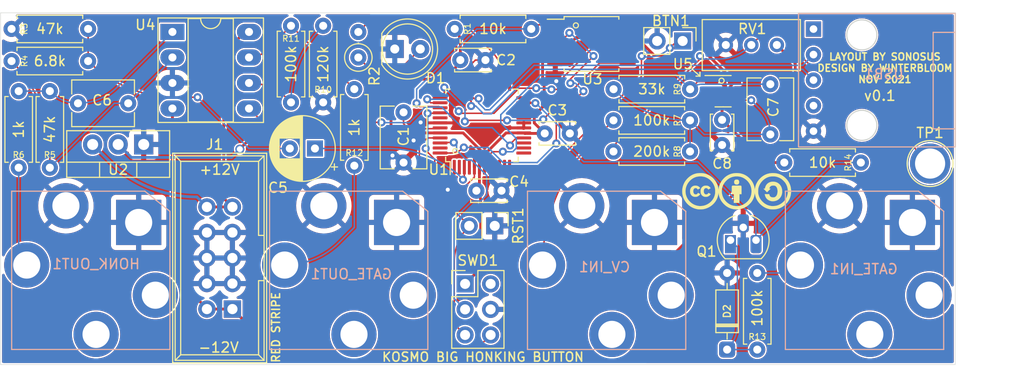
<source format=kicad_pcb>
(kicad_pcb (version 20211014) (generator pcbnew)
  (layers (0 "F.Cu" signal) (31 "B.Cu" signal) (34 "B.Paste" user) (35 "F.Paste" user) (36 "B.SilkS" user "B.Silkscreen") (37 "F.SilkS" user "F.Silkscreen") (38 "B.Mask" user) (39 "F.Mask" user) (44 "Edge.Cuts" user))
  (net 0 "")
  (net 1 "D9")
  (net 2 "GND")
  (net 3 "Net-(C1-Pad2)")
  (net 4 "+3V3")
  (net 5 "A0")
  (net 6 "Net-(C5-Pad2)")
  (net 7 "Net-(C6-Pad1)")
  (net 8 "Net-(C6-Pad2)")
  (net 9 "A1")
  (net 10 "Net-(C7-Pad2)")
  (net 11 "CV_IN")
  (net 12 "Net-(D1-Pad2)")
  (net 13 "Net-(D2-Pad1)")
  (net 14 "GATE_IN")
  (net 15 "GATE_OUT")
  (net 16 "AUDIO_OUT")
  (net 17 "+12V")
  (net 18 "-12V")
  (net 19 "D2")
  (net 20 "FLASH_CS")
  (net 21 "D13")
  (net 22 "VREF_-10")
  (net 23 "Net-(R10-Pad2)")
  (net 24 "Net-(R11-Pad1)")
  (net 25 "RESET")
  (net 27 "SWDIO")
  (net 28 "SWCLK")
  (net 32 "A2")
  (net 33 "A3")
  (net 34 "A4")
  (net 35 "D8")
  (net 36 "D4")
  (net 37 "D3")
  (net 38 "D1")
  (net 39 "D0")
  (net 43 "D5")
  (net 44 "D11")
  (net 45 "D10")
  (net 46 "D12")
  (net 47 "D6")
  (net 48 "D7")
  (net 51 "D-")
  (net 52 "D+")
  (net 53 "FLASH_MOSI")
  (net 54 "FLASH_SCK")
  (net 56 "A5")
  (net 57 "FLASH_MISO")
  (footprint "Package_SO:SOIC-8_5.23x5.23mm_P1.27mm" (layer "F.Cu") (at 138.8 118.1)
    (fp_text reference "U3")
    (fp_text value "GD25Q64C")
  )
  (footprint "Sonosus:Resistor" (layer "F.Cu") (at 155.3 148.51 90)
    (fp_text reference "R13")
    (fp_text value "100k")
  )
  (footprint "Sonosus:Resistor" (layer "F.Cu") (at 148.61 125.7 180)
    (fp_text reference "R7")
    (fp_text value "100k")
  )
  (footprint "Package_QFP:TQFP-48_7x7mm_P0.5mm" (layer "F.Cu") (at 127.9 126.2 90)
    (fp_text reference "U1")
    (fp_text value "ATSAMD21G18A-AUT")
  )
  (footprint "Connector_PinHeader_2.54mm:PinHeader_1x02_P2.54mm_Vertical" (layer "F.Cu") (at 147.875 117.8 -90)
    (fp_text reference "BTN1")
    (fp_text value "Big button")
  )
  (footprint "Sonosus:Capacitor_NonPolarizedSmall" (layer "F.Cu") (at 125.75 119.7)
    (fp_text reference "C2")
    (fp_text value "0.1uF")
  )
  (footprint "Sonosus:Capacitor_NonPolarized" (layer "F.Cu") (at 87.7 124)
    (fp_text reference "C6")
    (fp_text value "18pF")
  )
  (footprint "Sonosus:Resistor" (layer "F.Cu") (at 81.8 130.41 90)
    (fp_text reference "R6")
    (fp_text value "1k")
  )
  (footprint "Sonosus:Capacitor_NonPolarizedSmall" (layer "F.Cu") (at 127.35 132.7)
    (fp_text reference "C4")
    (fp_text value "0.1uF")
  )
  (footprint "Package_TO_SOT_SMD:SOT-23-5" (layer "F.Cu") (at 151.9 122.8)
    (fp_text reference "U5")
    (fp_text value "MCP6001-OT")
  )
  (footprint "LED_THT:LED_D5.0mm" (layer "F.Cu") (at 119.225 118.6)
    (fp_text reference "D1")
    (fp_text value "LED")
  )
  (footprint "board:cc_by_sa" (layer "F.Cu") (at 153.25 132.75)
    (fp_text reference "G***" hide)
    (fp_text value "LOGO" hide)
  )
  (footprint "Sonosus:DIP-8_Socket" (layer "F.Cu") (at 97.1 116.9)
    (fp_text reference "U4")
    (fp_text value "TL072")
  )
  (footprint "Sonosus:Capacitor_Polarized" (layer "F.Cu") (at 111.28238 128.5 180)
    (fp_text reference "C5")
    (fp_text value "1uF")
  )
  (footprint "Sonosus:Resistor" (layer "F.Cu") (at 148.61 128.8 180)
    (fp_text reference "R8")
    (fp_text value "200k")
  )
  (footprint "Sonosus:Regulator_TO-220-3" (layer "F.Cu") (at 94.24 128.1 180)
    (fp_text reference "U2")
    (fp_text value "LM1117-3.3")
  )
  (footprint "Sonosus:Capacitor_NonPolarized" (layer "F.Cu") (at 120.1 129.9 90)
    (fp_text reference "C1")
    (fp_text value "1uF")
  )
  (footprint "Connector_PinHeader_2.54mm:PinHeader_1x02_P2.54mm_Vertical" (layer "F.Cu") (at 129.175 136.2 -90)
    (fp_text reference "RST1")
    (fp_text value "TACT_4.2MM")
  )
  (footprint "Sonosus:Resistor" (layer "F.Cu") (at 165.61 129.9 180)
    (fp_text reference "R14")
    (fp_text value "10k")
  )
  (footprint "Sonosus:Transistor_TO-92" (layer "F.Cu") (at 152.634292 137.62)
    (fp_text reference "Q1")
    (fp_text value "MMBT3904")
  )
  (footprint "Sonosus:Capacitor_NonPolarizedSmall" (layer "F.Cu") (at 134.15 127)
    (fp_text reference "C3")
    (fp_text value "0.1uF")
  )
  (footprint "Sonosus:Resistor" (layer "F.Cu") (at 81.09 119.8)
    (fp_text reference "R4")
    (fp_text value "6.8k")
  )
  (footprint "Sonosus:Resistor" (layer "F.Cu") (at 84.9 130.41 90)
    (fp_text reference "R5")
    (fp_text value "47k")
  )
  (footprint "Sonosus:Power_Header" (layer "F.Cu") (at 103.07 144.48 180)
    (fp_text reference "J1")
    (fp_text value "Eurorack Power")
  )
  (footprint "Sonosus:Resistor" (layer "F.Cu") (at 125.19 116.6)
    (fp_text reference "R1")
    (fp_text value "10k")
  )
  (footprint "Potentiometer_THT:Potentiometer_Bourns_3296W_Vertical" (layer "F.Cu") (at 157.25 118.2)
    (fp_text reference "RV1")
    (fp_text value "R_POT_TRIM")
  )
  (footprint "Sonosus:Resistor" (layer "F.Cu") (at 148.62 122.6 180)
    (fp_text reference "R9")
    (fp_text value "33k")
  )
  (footprint "TestPoint:TestPoint_Plated_Hole_D3.0mm" (layer "F.Cu") (at 172.5 130)
    (fp_text reference "TP1")
    (fp_text value "-10V test point")
  )
  (footprint "Resistor_THT:R_Axial_DIN0207_L6.3mm_D2.5mm_P2.54mm_Vertical" (layer "F.Cu") (at 115.6 119.445 90)
    (fp_text reference "R2")
    (fp_text value "1k")
  )
  (footprint "Sonosus:Capacitor_NonPolarized" (layer "F.Cu") (at 156.6 122.1 -90)
    (fp_text reference "C7")
    (fp_text value "18pF")
  )
  (footprint "Sonosus:Resistor" (layer "F.Cu") (at 115.2 130.21 90)
    (fp_text reference "R12")
    (fp_text value "1k")
  )
  (footprint "Sonosus:Resistor" (layer "F.Cu") (at 108.9 116.29 -90)
    (fp_text reference "R11")
    (fp_text value "100k")
  )
  (footprint "Sonosus:Diode_DO-35" (layer "F.Cu") (at 152.3 148.51 90)
    (fp_text reference "D2")
    (fp_text value "D")
  )
  (footprint "Sonosus:Capacitor_NonPolarizedSmall" (layer "F.Cu") (at 151.8 125.65 -90)
    (fp_text reference "C8")
    (fp_text value "0.1uF")
  )
  (footprint "Connector_PinHeader_2.54mm:PinHeader_2x03_P2.54mm_Vertical" (layer "F.Cu") (at 126.225 141.975)
    (fp_text reference "SWD1")
    (fp_text value "Tag-Connect SWD")
  )
  (footprint "Sonosus:Resistor" (layer "F.Cu") (at 112.1 123.91 90)
    (fp_text reference "R10")
    (fp_text value "120k")
  )
  (footprint "Sonosus:Resistor" (layer "F.Cu") (at 81.09 116.6)
    (fp_text reference "R3")
    (fp_text value "47k")
  )
  (footprint "Sonosus:Connector_USB_Micro_Tayda_A-5228" (layer "B.Cu") (at 175.005 115.045 180)
    (fp_text reference "USB1")
    (fp_text value "USB_MICRO_RIGHT")
    (fp_circle (center 9.3 -11.15) (end 10.8 -11.15) (layer "Edge.Cuts") (width 0.12) (fill none))
    (fp_circle (center 9.3 -2.15) (end 10.8 -2.15) (layer "Edge.Cuts") (width 0.12) (fill none))
  )
  (footprint "Sonosus:Jack_6.35mm_PJ_629HAN" (layer "B.Cu") (at 166 140.6)
    (fp_text reference "GATE_IN1")
    (fp_text value "GATE_IN")
  )
  (footprint "Sonosus:Jack_6.35mm_PJ_629HAN" (layer "B.Cu") (at 140.333334 140.6)
    (fp_text reference "CV_IN1")
    (fp_text value "CV_IN")
  )
  (footprint "Sonosus:Jack_6.35mm_PJ_629HAN" (layer "B.Cu") (at 89 140.6)
    (fp_text reference "HONK_OUT1")
    (fp_text value "AUDIO_OUT")
  )
  (footprint "Sonosus:Jack_6.35mm_PJ_629HAN" (layer "B.Cu") (at 114.666668 140.6)
    (fp_text reference "GATE_OUT1")
    (fp_text value "GATE_OUT")
  )
  (gr_line (start 149.6 121.3) (end 149.6 120.9) (layer "F.SilkS") (width 0.12))
  (gr_circle (center 151.75 121.75) (end 151.75 122) (layer "F.SilkS") (width 0.12) (fill none))
  (gr_line (start 149.6 121.3) (end 149.2 121.3) (layer "F.SilkS") (width 0.12))
  (gr_line (start 149.6 120.9) (end 149.6 121.3) (layer "F.SilkS") (width 0.12))
  (gr_line (start 148.8 120.6) (end 149.6 121.3) (layer "F.SilkS") (width 0.12))
  (gr_circle (center 125.25 128.75) (end 125.5 128.75) (layer "F.SilkS") (width 0.12) (fill none))
  (gr_circle (center 137.25 116.25) (end 137.5 116.25) (layer "F.SilkS") (width 0.12) (fill none))
  (gr_line locked (start 175 115) (end 80 115) (layer "Edge.Cuts") (width 0.05))
  (gr_line locked (start 80 150) (end 175 150) (layer "Edge.Cuts") (width 0.05))
  (gr_line locked (start 175 150) (end 175 115) (layer "Edge.Cuts") (width 0.05))
  (gr_line locked (start 80 115) (end 80 150) (layer "Edge.Cuts") (width 0.05))
  (gr_text "KOSMO BIG HONKING BUTTON\n" (at 128 149.25) (layer "F.SilkS") (effects (font (size 0.9 0.9))))
  (gr_text "LAYOUT BY SONOSUS\nDESIGN BY WINTERBLOOM\nNOV 2021" (at 168 120.5) (layer "F.SilkS") (effects (font (size 0.7 0.7))))
  (gr_text "v0.1" (at 167.5 123.25) (layer "F.SilkS") (effects (font (size 1 1))))
  (segment (start 130.65 130.3625) (end 134.736378 130.3625) (width 0.15) (layer "F.Cu") (net 1))
  (segment (start 146.893413 118.206586) (end 146.6 118.5) (width 0.15) (layer "F.Cu") (net 1))
  (segment (start 143.777037 119.323943) (end 143.8 119.30098) (width 0.15) (layer "F.Cu") (net 1))
  (segment (start 143.777037 121.321841) (end 143.777037 119.323943) (width 0.15) (layer "F.Cu") (net 1))
  (segment (start 134.736378 130.3625) (end 143.777037 121.321841) (width 0.15) (layer "F.Cu") (net 1))
  (via (at 146.6 118.5) (size 0.8) (drill 0.4) (layers "F.Cu" "B.Cu") (net 1))
  (via (at 143.8 119.30098) (size 0.8) (drill 0.4) (layers "F.Cu" "B.Cu") (net 1))
  (arc (start 147.875 117.8) (mid 147.343769 117.905668) (end 146.893413 118.206586) (width 0.15) (layer "F.Cu") (net 1))
  (segment (start 144.59964 119.397641) (end 143.896661 119.397641) (width 0.15) (layer "B.Cu") (net 1))
  (segment (start 143.896661 119.397641) (end 143.8 119.30098) (width 0.15) (layer "B.Cu") (net 1))
  (arc (start 146.6 118.5) (mid 145.682272 119.132001) (end 144.59964 119.397641) (width 0.15) (layer "B.Cu") (net 1))
  (segment (start 127.15 131.35) (end 125.9 132.6) (width 0.15) (layer "F.Cu") (net 2))
  (segment (start 121.2 127.8) (end 121.1 127.7) (width 0.15) (layer "F.Cu") (net 2))
  (segment (start 135.2 121.7) (end 135.3 121.8) (width 0.15) (layer "F.Cu") (net 2))
  (segment (start 125.65 121.300001) (end 127.250001 119.7) (width 0.15) (layer "F.Cu") (net 2))
  (segment (start 121.2 128.4) (end 121.2 127.8) (width 0.15) (layer "F.Cu") (net 2))
  (segment (start 125.05 125.95) (end 125.5 125.5) (width 0.15) (layer "F.Cu") (net 2))
  (segment (start 127.15 130.3625) (end 127.15 131.35) (width 0.15) (layer "F.Cu") (net 2))
  (segment (start 123.7375 125.95) (end 121.85 125.95) (width 0.15) (layer "F.Cu") (net 2))
  (segment (start 127.250001 119.7) (end 128.25 119.7) (width 0.15) (layer "F.Cu") (net 2))
  (segment (start 135.2 120.005) (end 135.2 121.7) (width 0.15) (layer "F.Cu") (net 2))
  (segment (start 119 129.2) (end 120.4 129.2) (width 0.15) (layer "F.Cu") (net 2))
  (segment (start 125.9 132.6) (end 124.5 132.6) (width 0.15) (layer "F.Cu") (net 2))
  (segment (start 125.65 122.0375) (end 125.65 121.300001) (width 0.15) (layer "F.Cu") (net 2))
  (segment (start 120.4 129.2) (end 121.2 128.4) (width 0.15) (layer "F.Cu") (net 2))
  (segment (start 121.85 125.95) (end 121.8 125.9) (width 0.15) (layer "F.Cu") (net 2))
  (segment (start 123.7375 125.95) (end 125.05 125.95) (width 0.15) (layer "F.Cu") (net 2))
  (via (at 135.3 121.8) (size 0.8) (drill 0.4) (layers "F.Cu" "B.Cu") (net 2))
  (via (at 119 129.2) (size 0.8) (drill 0.4) (layers "F.Cu" "B.Cu") (net 2))
  (via (at 124.5 132.6) (size 0.8) (drill 0.4) (layers "F.Cu" "B.Cu") (net 2))
  (via (at 121.8 125.9) (size 0.8) (drill 0.4) (layers "F.Cu" "B.Cu") (net 2))
  (via (at 121.1 127.7) (size 0.8) (drill 0.4) (layers "F.Cu" "B.Cu") (net 2))
  (segment (start 121.1 127.7) (end 121.1 128.3) (width 0.15) (layer "B.Cu") (net 2))
  (segment (start 136.65 123.15) (end 136.65 127) (width 0.15) (layer "B.Cu") (net 2))
  (segment (start 121.8 125.9) (end 121.1 126.6) (width 0.15) (layer "B.Cu") (net 2))
  (segment (start 119.7 129.9) (end 119 129.2) (width 0.15) (layer "B.Cu") (net 2))
  (segment (start 121.1 126.6) (end 121.1 127.7) (width 0.15) (layer "B.Cu") (net 2))
  (segment (start 135.3 121.8) (end 136.65 123.15) (width 0.15) (layer "B.Cu") (net 2))
  (segment (start 120.1 129.9) (end 119.7 129.9) (width 0.15) (layer "B.Cu") (net 2))
  (segment (start 123.662999 126.524501) (end 123.7375 126.45) (width 0.15) (layer "F.Cu") (net 3))
  (segment (start 120.1 124.9) (end 120.1 126.03137) (width 0.15) (layer "F.Cu") (net 3))
  (segment (start 120.593131 126.524501) (end 123.662999 126.524501) (width 0.15) (layer "F.Cu") (net 3))
  (segment (start 120.1 126.03137) (end 120.593131 126.524501) (width 0.15) (layer "F.Cu") (net 3))
  (segment (start 153.0375 121.85) (end 150.289501 119.102001) (width 0.28) (layer "F.Cu") (net 4))
  (segment (start 150.289501 119.015378) (end 149.885602 118.611479) (width 0.28) (layer "F.Cu") (net 4))
  (segment (start 127.789501 129.467913) (end 127.789501 128.714398) (width 0.28) (layer "F.Cu") (net 4))
  (segment (start 135.999999 118.735) (end 137.269999 117.465) (width 0.28) (layer "F.Cu") (net 4))
  (segment (start 134.15 127) (end 133.110499 125.960499) (width 0.28) (layer "F.Cu") (net 4))
  (segment (start 145.050985 119.235489) (end 143.280496 117.465) (width 0.28) (layer "F.Cu") (net 4))
  (segment (start 133.935489 124.389408) (end 133.935489 122.939614) (width 0.28) (layer "F.Cu") (net 4))
  (segment (start 135.2 118.735) (end 135.999999 118.735) (width 0.28) (layer "F.Cu") (net 4))
  (segment (start 130.307414 126.95) (end 127.65 129.607414) (width 0.28) (layer "F.Cu") (net 4))
  (segment (start 118.85 126.95) (end 105.703553 126.95) (width 0.28) (layer "F.Cu") (net 4))
  (segment (start 125.75 119.7) (end 125.75 117.951959) (width 0.28) (layer "F.Cu") (net 4))
  (segment (start 134.089501 122.785602) (end 134.089501 122.214398) (width 0.28) (layer "F.Cu") (net 4))
  (segment (start 132.0625 126.95) (end 130.307414 126.95) (width 0.28) (layer "F.Cu") (net 4))
  (segment (start 148.910499 119.015378) (end 148.910499 119.235489) (width 0.28) (layer "F.Cu") (net 4))
  (segment (start 127.65 129.607414) (end 127.65 130.3625) (width 0.28) (layer "F.Cu") (net 4))
  (segment (start 134.089501 122.214398) (end 133.935489 122.060386) (width 0.28) (layer "F.Cu") (net 4))
  (segment (start 118.85 124.609198) (end 118.85 126.95) (width 0.28) (layer "F.Cu") (net 4))
  (segment (start 133.935489 122.939614) (end 134.089501 122.785602) (width 0.28) (layer "F.Cu") (net 4))
  (segment (start 148.910499 119.235489) (end 145.050985 119.235489) (width 0.28) (layer "F.Cu") (net 4))
  (segment (start 127.65 132.4) (end 127.65 130.3625) (width 0.28) (layer "F.Cu") (net 4))
  (segment (start 125.15 122.0375) (end 124.7125 121.6) (width 0.28) (layer "F.Cu") (net 4))
  (segment (start 151.8 125.65) (end 156.05 129.9) (width 0.28) (layer "F.Cu") (net 4))
  (segment (start 127.789501 128.714398) (end 126.025103 126.95) (width 0.28) (layer "F.Cu") (net 4))
  (segment (start 103.809444 128.539066) (end 103.809444 128.563331) (width 0.28) (layer "F.Cu") (net 4))
  (segment (start 126.225 141.975) (end 127.774511 140.425489) (width 0.28) (layer "F.Cu") (net 4))
  (segment (start 142.4 116.195) (end 142.4 117.465) (width 0.28) (layer "F.Cu") (net 4))
  (segment (start 149.885602 118.611479) (end 149.314398 118.611479) (width 0.28) (layer "F.Cu") (net 4))
  (segment (start 149.314398 118.611479) (end 148.910499 119.015378) (width 0.28) (layer "F.Cu") (net 4))
  (segment (start 124.7125 121.6) (end 121.859198 121.6) (width 0.28) (layer "F.Cu") (net 4))
  (segment (start 143.280496 117.465) (end 142.4 117.465) (width 0.28) (layer "F.Cu") (net 4))
  (segment (start 133.110499 125.214398) (end 133.935489 124.389408) (width 0.28) (layer "F.Cu") (net 4))
  (segment (start 134.400001 118.735) (end 135.2 118.735) (width 0.28) (layer "F.Cu") (net 4))
  (segment (start 133.935489 119.199512) (end 134.400001 118.735) (width 0.28) (layer "F.Cu") (net 4))
  (segment (start 127.774511 140.425489) (end 127.774511 133.72486) (width 0.28) (layer "F.Cu") (net 4))
  (segment (start 133.935489 122.060386) (end 133.935489 119.199512) (width 0.28) (layer "F.Cu") (net 4))
  (segment (start 133.110499 125.960499) (end 133.110499 125.214398) (width 0.28) (layer "F.Cu") (net 4))
  (segment (start 156.05 129.9) (end 157.99 129.9) (width 0.28) (layer "F.Cu") (net 4))
  (segment (start 126.025103 126.95) (end 123.7375 126.95) (width 0.28) (layer "F.Cu") (net 4))
  (segment (start 151.8 125.65) (end 151.8 124.837589) (width 0.28) (layer "F.Cu") (net 4))
  (segment (start 121.859198 121.6) (end 118.85 124.609198) (width 0.28) (layer "F.Cu") (net 4))
  (segment (start 127.35 132.7) (end 127.65 132.4) (width 0.28) (layer "F.Cu") (net 4))
  (segment (start 105.299983 127.048527) (end 103.809444 128.539066) (width 0.28) (layer "F.Cu") (net 4))
  (segment (start 150.289501 119.102001) (end 150.289501 119.015378) (width 0.28) (layer "F.Cu") (net 4))
  (segment (start 137.269999 117.465) (end 142.4 117.465) (width 0.28) (layer "F.Cu") (net 4))
  (segment (start 134.15 127) (end 132.18321 127) (width 0.28) (layer "F.Cu") (net 4))
  (segment (start 127.65 129.607414) (end 127.789501 129.467913) (width 0.28) (layer "F.Cu") (net 4))
  (segment (start 123.7375 126.95) (end 118.85 126.95) (width 0.28) (layer "F.Cu") (net 4))
  (segment (start 125.15 122.0375) (end 125.15 121.148528) (width 0.28) (layer "F.Cu") (net 4))
  (via (at 103.809444 128.563331) (size 0.9) (drill 0.6) (layers "F.Cu" "B.Cu") (net 4))
  (arc (start 132.18321 127) (mid 132.117883 126.987006) (end 132.0625 126.95) (width 0.28) (layer "F.Cu") (net 4))
  (arc (start 125.15 121.148528) (mid 125.305935 120.364591) (end 125.75 119.7) (width 0.28) (layer "F.Cu") (net 4))
  (arc (start 127.774511 133.72486) (mid 127.664185 133.17021) (end 127.35 132.7) (width 0.28) (layer "F.Cu") (net 4))
  (arc (start 151.8 124.837589) (mid 152.121616 123.220718) (end 153.0375 121.85) (width 0.28) (layer "F.Cu") (net 4))
  (arc (start 105.703553 126.95) (mid 105.496156 126.97558) (end 105.299983 127.048527) (width 0.28) (layer "F.Cu") (net 4))
  (arc (start 125.75 117.951959) (mid 125.604462 117.220285) (end 125.19 116.6) (width 0.28) (layer "F.Cu") (net 4))
  (segment (start 93.020503 129.389511) (end 102.983264 129.389511) (width 0.28) (layer "B.Cu") (net 4))
  (segment (start 91.7 128.1) (end 93.020503 129.389511) (width 0.28) (layer "B.Cu") (net 4))
  (segment (start 102.983264 129.389511) (end 103.809444 128.563331) (width 0.28) (layer "B.Cu") (net 4))
  (segment (start 126.15 130.3625) (end 126.15 131.466822) (width 0.15) (layer "F.Cu") (net 5))
  (segment (start 126.15 131.466822) (end 126.010165 131.606657) (width 0.15) (layer "F.Cu") (net 5))
  (via (at 126.010165 131.606657) (size 0.8) (drill 0.4) (layers "F.Cu" "B.Cu") (net 5))
  (segment (start 125.470759 131.030625) (end 126.010165 131.570031) (width 0.15) (layer "B.Cu") (net 5))
  (segment (start 126.010165 131.570031) (end 126.010165 131.606657) (width 0.15) (layer "B.Cu") (net 5))
  (segment (start 111.28238 128.5) (end 118.474517 128.5) (width 0.15) (layer "B.Cu") (net 5))
  (arc (start 118.474517 128.5) (mid 122.194018 129.152631) (end 125.470759 131.030625) (width 0.15) (layer "B.Cu") (net 5))
  (segment (start 99.6 123.4) (end 97.401168 123.4) (width 0.15) (layer "F.Cu") (net 6))
  (segment (start 88.71 116.6) (end 88.71 119.8) (width 0.15) (layer "F.Cu") (net 6))
  (via (at 99.6 123.4) (size 0.8) (drill 0.4) (layers "F.Cu" "B.Cu") (net 6))
  (arc (start 97.401168 123.4) (mid 92.697542 122.464391) (end 88.71 119.8) (width 0.15) (layer "F.Cu") (net 6))
  (segment (start 108.78238 128.5) (end 104.700001 128.5) (width 0.15) (layer "B.Cu") (net 6))
  (segment (start 104.700001 128.5) (end 99.6 123.4) (width 0.15) (layer "B.Cu") (net 6))
  (segment (start 84.9857 122.8757) (end 84.9 122.79) (width 0.15) (layer "B.Cu") (net 7))
  (segment (start 91.626345 122.373654) (end 97.1 116.9) (width 0.15) (layer "B.Cu") (net 7))
  (segment (start 81.8 122.79) (end 84.9 122.79) (width 0.15) (layer "B.Cu") (net 7))
  (arc (start 87.7 124) (mid 89.824923 123.577327) (end 91.626345 122.373654) (width 0.15) (layer "B.Cu") (net 7))
  (arc (start 87.7 124) (mid 86.231031 123.707804) (end 84.9857 122.8757) (width 0.15) (layer "B.Cu") (net 7))
  (segment (start 84.9 128.998153) (end 84.9 130.41) (width 0.15) (layer "F.Cu") (net 8))
  (arc (start 81.09 119.8) (mid 83.909813 124.020148) (end 84.9 128.998153) (width 0.15) (layer "F.Cu") (net 8))
  (segment (start 91.31 124) (end 84.9 130.41) (width 0.15) (layer "B.Cu") (net 8))
  (segment (start 96.986863 119.713137) (end 92.7 124) (width 0.15) (layer "B.Cu") (net 8))
  (segment (start 92.7 124) (end 91.31 124) (width 0.15) (layer "B.Cu") (net 8))
  (arc (start 97.1 119.44) (mid 97.070597 119.587821) (end 96.986863 119.713137) (width 0.15) (layer "B.Cu") (net 8))
  (segment (start 128.957073 128.817928) (end 129.979084 128.817928) (width 0.15) (layer "F.Cu") (net 9))
  (segment (start 128.15 130.3625) (end 128.15 129.625001) (width 0.15) (layer "F.Cu") (net 9))
  (segment (start 149.37 121.85) (end 150.7625 121.85) (width 0.15) (layer "F.Cu") (net 9))
  (segment (start 128.15 129.625001) (end 128.957073 128.817928) (width 0.15) (layer "F.Cu") (net 9))
  (segment (start 148.62 122.6) (end 149.37 121.85) (width 0.15) (layer "F.Cu") (net 9))
  (via (at 129.979084 128.817928) (size 0.8) (drill 0.4) (layers "F.Cu" "B.Cu") (net 9))
  (segment (start 130.958678 128.824501) (end 129.985657 128.824501) (width 0.15) (layer "B.Cu") (net 9))
  (segment (start 131.324501 128.458678) (end 130.958678 128.824501) (width 0.15) (layer "B.Cu") (net 9))
  (segment (start 147.195499 121.175499) (end 133.741322 121.175499) (width 0.15) (layer "B.Cu") (net 9))
  (segment (start 133.741322 121.175499) (end 129.775499 125.141322) (width 0.15) (layer "B.Cu") (net 9))
  (segment (start 129.775499 125.958678) (end 131.324501 127.50768) (width 0.15) (layer "B.Cu") (net 9))
  (segment (start 156.6 122.1) (end 149.827106 122.1) (width 0.15) (layer "B.Cu") (net 9))
  (segment (start 129.775499 125.141322) (end 129.775499 125.958678) (width 0.15) (layer "B.Cu") (net 9))
  (segment (start 131.324501 127.50768) (end 131.324501 128.458678) (width 0.15) (layer "B.Cu") (net 9))
  (segment (start 148.62 122.6) (end 147.195499 121.175499) (width 0.15) (layer "B.Cu") (net 9))
  (segment (start 129.985657 128.824501) (end 129.979084 128.817928) (width 0.15) (layer "B.Cu") (net 9))
  (arc (start 149.827106 122.1) (mid 149.173825 122.229946) (end 148.62 122.6) (width 0.15) (layer "B.Cu") (net 9))
  (segment (start 154.7 123.7) (end 153.15821 123.7) (width 0.15) (layer "F.Cu") (net 10))
  (via (at 154.7 123.7) (size 0.8) (drill 0.4) (layers "F.Cu" "B.Cu") (net 10))
  (arc (start 153.15821 123.7) (mid 153.092883 123.712994) (end 153.0375 123.75) (width 0.15) (layer "F.Cu") (net 10))
  (segment (start 150.01 127.1) (end 156.6 127.1) (width 0.15) (layer "B.Cu") (net 10))
  (segment (start 148.61 125.7) (end 150.01 127.1) (width 0.15) (layer "B.Cu") (net 10))
  (segment (start 155.53934 124.53934) (end 154.7 123.7) (width 0.15) (layer "B.Cu") (net 10))
  (segment (start 148.61 125.7) (end 148.61 128.8) (width 0.15) (layer "B.Cu") (net 10))
  (segment (start 148.61 125.7) (end 148.484062 125.7) (width 0.15) (layer "B.Cu") (net 10))
  (arc (start 156.6 127.1) (mid 156.324343 125.714181) (end 155.53934 124.53934) (width 0.15) (layer "B.Cu") (net 10))
  (arc (start 148.484062 125.7) (mid 144.433717 124.894336) (end 141 122.6) (width 0.15) (layer "B.Cu") (net 10))
  (segment (start 139.125855 127.564144) (end 140.99 125.7) (width 0.15) (layer "F.Cu") (net 11))
  (arc (start 133.933334 140.1) (mid 135.282826 133.315644) (end 139.125855 127.564144) (width 0.15) (layer "F.Cu") (net 11))
  (segment (start 120.120001 120.244999) (end 121.765 118.6) (width 0.15) (layer "F.Cu") (net 12))
  (segment (start 116.399999 120.244999) (end 120.120001 120.244999) (width 0.15) (layer "F.Cu") (net 12))
  (segment (start 115.6 119.445) (end 116.399999 120.244999) (width 0.15) (layer "F.Cu") (net 12))
  (segment (start 152.634292 137.62) (end 153.324511 138.310219) (width 0.15) (layer "B.Cu") (net 13))
  (segment (start 153.324511 138.310219) (end 153.324511 146.036612) (width 0.15) (layer "B.Cu") (net 13))
  (segment (start 155.3 148.51) (end 152.3 148.51) (width 0.15) (layer "B.Cu") (net 13))
  (arc (start 153.324511 146.036612) (mid 153.05825 147.375199) (end 152.3 148.51) (width 0.15) (layer "B.Cu") (net 13))
  (segment (start 155.3 140.89) (end 157.692772 140.89) (width 0.15) (layer "B.Cu") (net 14))
  (arc (start 157.692772 140.89) (mid 158.724956 140.684686) (end 159.6 140.1) (width 0.15) (layer "B.Cu") (net 14))
  (segment (start 115.2 136.348648) (end 113.698648 137.85) (width 0.15) (layer "B.Cu") (net 15))
  (segment (start 115.2 130.21) (end 115.2 136.348648) (width 0.15) (layer "B.Cu") (net 15))
  (arc (start 113.698648 137.85) (mid 111.206435 139.515244) (end 108.266668 140.1) (width 0.15) (layer "B.Cu") (net 15))
  (segment (start 81.8 130.41) (end 81.8 138.16863) (width 0.15) (layer "B.Cu") (net 16))
  (arc (start 81.8 138.16863) (mid 82.007912 139.213879) (end 82.6 140.1) (width 0.15) (layer "B.Cu") (net 16))
  (segment (start 102.206401 119.013599) (end 104.32 116.9) (width 0.28) (layer "F.Cu") (net 17))
  (segment (start 104.32 116.9) (end 104.72 116.9) (width 0.28) (layer "F.Cu") (net 17))
  (segment (start 102.206401 133.456401) (end 102.206401 119.013599) (width 0.28) (layer "F.Cu") (net 17))
  (segment (start 103.07 134.32) (end 102.206401 133.456401) (width 0.28) (layer "F.Cu") (net 17))
  (segment (start 103.07 134.32) (end 100.53 134.32) (width 0.28) (layer "F.Cu") (net 17))
  (segment (start 100.53 134.32) (end 99.530489 133.320489) (width 0.28) (layer "B.Cu") (net 17))
  (segment (start 90.738889 129.678889) (end 89.16 128.1) (width 0.28) (layer "B.Cu") (net 17))
  (arc (start 99.530489 133.320489) (mid 94.772509 132.374068) (end 90.738889 129.678889) (width 0.28) (layer "B.Cu") (net 17))
  (segment (start 108.129511 149.539511) (end 143.885235 149.539511) (width 0.28) (layer "F.Cu") (net 18))
  (segment (start 103.07 144.48) (end 108.129511 149.539511) (width 0.28) (layer "F.Cu") (net 18))
  (segment (start 103.07 144.48) (end 100.53 144.48) (width 0.28) (layer "F.Cu") (net 18))
  (segment (start 143.885235 149.539511) (end 143.885235 142.122185) (width 0.28) (layer "F.Cu") (net 18))
  (segment (start 143.885235 142.122185) (end 155.017909 130.989511) (width 0.28) (layer "F.Cu") (net 18))
  (segment (start 97.1 136.199248) (end 97.1 124.52) (width 0.28) (layer "F.Cu") (net 18))
  (segment (start 159.079511 120.029511) (end 157.25 118.2) (width 0.28) (layer "F.Cu") (net 18))
  (segment (start 159.079511 130.351291) (end 159.079511 120.029511) (width 0.28) (layer "F.Cu") (net 18))
  (segment (start 155.017909 130.989511) (end 158.441291 130.989511) (width 0.28) (layer "F.Cu") (net 18))
  (segment (start 158.441291 130.989511) (end 159.079511 130.351291) (width 0.28) (layer "F.Cu") (net 18))
  (arc (start 100.53 144.48) (mid 97.991429 140.68076) (end 97.1 136.199248) (width 0.28) (layer "F.Cu") (net 18))
  (segment (start 133.124202 123.95) (end 132.0625 123.95) (width 0.15) (layer "F.Cu") (net 19))
  (via (at 133.216367 123.988176) (size 0.8) (drill 0.4) (layers "F.Cu" "B.Cu") (net 19))
  (arc (start 133.216367 123.988176) (mid 133.174082 123.959922) (end 133.124202 123.95) (width 0.15) (layer "F.Cu") (net 19))
  (segment (start 162.894292 129.9) (end 155.174292 137.62) (width 0.15) (layer "B.Cu") (net 19))
  (segment (start 133.271355 123.988176) (end 133.216367 123.988176) (width 0.15) (layer "B.Cu") (net 19))
  (segment (start 135.625489 126.34231) (end 133.271355 123.988176) (width 0.15) (layer "B.Cu") (net 19))
  (segment (start 155.174292 137.62) (end 155.149282 135.580942) (width 0.15) (layer "B.Cu") (net 19))
  (segment (start 165.61 129.9) (end 162.894292 129.9) (width 0.15) (layer "B.Cu") (net 19))
  (segment (start 149.392851 129.824511) (end 138.025633 129.824511) (width 0.15) (layer "B.Cu") (net 19))
  (segment (start 135.625489 127.424367) (end 135.625489 126.34231) (width 0.15) (layer "B.Cu") (net 19))
  (segment (start 155.149282 135.580942) (end 149.392851 129.824511) (width 0.15) (layer "B.Cu") (net 19))
  (segment (start 138.025633 129.824511) (end 135.625489 127.424367) (width 0.15) (layer "B.Cu") (net 19))
  (segment (start 121.4 124) (end 121.72452 124.32452) (width 0.15) (layer "F.Cu") (net 20))
  (segment (start 135.2 116.195) (end 133.215 116.195) (width 0.15) (layer "F.Cu") (net 20))
  (segment (start 123.61202 124.32452) (end 123.7375 124.45) (width 0.15) (layer "F.Cu") (net 20))
  (segment (start 121.72452 124.32452) (end 123.61202 124.32452) (width 0.15) (layer "F.Cu") (net 20))
  (segment (start 133.215 116.195) (end 132.81 116.6) (width 0.15) (layer "F.Cu") (net 20))
  (via (at 121.4 124) (size 0.8) (drill 0.4) (layers "F.Cu" "B.Cu") (net 20))
  (segment (start 121.4 122.601122) (end 121.4 124) (width 0.15) (layer "B.Cu") (net 20))
  (segment (start 132.81 116.6) (end 127.401122 116.6) (width 0.15) (layer "B.Cu") (net 20))
  (segment (start 127.401122 116.6) (end 121.4 122.601122) (width 0.15) (layer "B.Cu") (net 20))
  (segment (start 115.6 116.905) (end 116.929511 115.575489) (width 0.15) (layer "F.Cu") (net 21))
  (segment (start 116.929511 115.575489) (end 125.614367 115.575489) (width 0.15) (layer "F.Cu") (net 21))
  (segment (start 125.614367 115.575489) (end 128.787845 118.748967) (width 0.15) (layer "F.Cu") (net 21))
  (arc (start 128.787845 118.748967) (mid 129.795987 120.257759) (end 130.15 122.0375) (width 0.15) (layer "F.Cu") (net 21))
  (segment (start 160.486373 120.141511) (end 158.194511 117.849649) (width 0.15) (layer "F.Cu") (net 22))
  (segment (start 172.5 130) (end 162.641511 120.141511) (width 0.15) (layer "F.Cu") (net 22))
  (segment (start 162.641511 120.141511) (end 160.486373 120.141511) (width 0.15) (layer "F.Cu") (net 22))
  (segment (start 157.64123 117.255489) (end 155.654511 117.255489) (width 0.15) (layer "F.Cu") (net 22))
  (segment (start 155.654511 117.255489) (end 154.71 118.2) (width 0.15) (layer "F.Cu") (net 22))
  (segment (start 158.194511 117.80877) (end 157.64123 117.255489) (width 0.15) (layer "F.Cu") (net 22))
  (segment (start 141.407193 127.792807) (end 149.6 119.6) (width 0.15) (layer "F.Cu") (net 22))
  (segment (start 149.6 119.6) (end 149.6 119.30098) (width 0.15) (layer "F.Cu") (net 22))
  (segment (start 158.194511 117.849649) (end 158.194511 117.80877) (width 0.15) (layer "F.Cu") (net 22))
  (via (at 149.6 119.30098) (size 0.8) (drill 0.4) (layers "F.Cu" "B.Cu") (net 22))
  (arc (start 140.99 128.8) (mid 141.098425 128.254911) (end 141.407193 127.792807) (width 0.15) (layer "F.Cu") (net 22))
  (segment (start 151.538702 119.597826) (end 149.896846 119.597826) (width 0.15) (layer "B.Cu") (net 22))
  (segment (start 149.896846 119.597826) (end 149.6 119.30098) (width 0.15) (layer "B.Cu") (net 22))
  (arc (start 154.71 118.2) (mid 153.25519 119.195198) (end 151.538702 119.597826) (width 0.15) (layer "B.Cu") (net 22))
  (segment (start 108.560991 123.57099) (end 108.9 123.91) (width 0.15) (layer "F.Cu") (net 23))
  (arc (start 104.72 121.98) (mid 106.798729 122.393485) (end 108.560991 123.57099) (width 0.15) (layer "F.Cu") (net 23))
  (segment (start 112.025412 116.364588) (end 112.1 116.29) (width 0.15) (layer "B.Cu") (net 23))
  (arc (start 108.9 123.91) (mid 109.712268 119.826452) (end 112.025412 116.364588) (width 0.15) (layer "B.Cu") (net 23))
  (segment (start 115.2 122.59) (end 108.9 116.29) (width 0.15) (layer "F.Cu") (net 24))
  (segment (start 106.47832 118.71168) (end 108.9 116.29) (width 0.15) (layer "F.Cu") (net 24))
  (arc (start 104.72 119.44) (mid 105.671596 119.250716) (end 106.47832 118.71168) (width 0.15) (layer "F.Cu") (net 24))
  (segment (start 123.2 132.765) (end 123.2 129.624336) (width 0.15) (layer "F.Cu") (net 25))
  (segment (start 126.635 136.2) (end 123.2 132.765) (width 0.15) (layer "F.Cu") (net 25))
  (segment (start 123.224336 129.6) (end 122.3 128.675664) (width 0.15) (layer "F.Cu") (net 25))
  (segment (start 122.3 128.675664) (end 122.3 128.5) (width 0.15) (layer "F.Cu") (net 25))
  (segment (start 123.6875 125) (end 123.7375 124.95) (width 0.15) (layer "F.Cu") (net 25))
  (segment (start 122.5 125) (end 123.6875 125) (width 0.15) (layer "F.Cu") (net 25))
  (segment (start 125.150489 145.980489) (end 125.150489 139.783926) (width 0.15) (layer "F.Cu") (net 25))
  (segment (start 126.225 147.055) (end 125.150489 145.980489) (width 0.15) (layer "F.Cu") (net 25))
  (segment (start 123.2 129.624336) (end 123.224336 129.6) (width 0.15) (layer "F.Cu") (net 25))
  (via (at 122.5 125) (size 0.8) (drill 0.4) (layers "F.Cu" "B.Cu") (net 25))
  (via (at 122.3 128.5) (size 0.8) (drill 0.4) (layers "F.Cu" "B.Cu") (net 25))
  (arc (start 125.150489 139.783926) (mid 125.536301 137.84432) (end 126.635 136.2) (width 0.15) (layer "F.Cu") (net 25))
  (segment (start 122.5 128.3) (end 122.5 125) (width 0.15) (layer "B.Cu") (net 25))
  (segment (start 122.3 128.5) (end 122.5 128.3) (width 0.15) (layer "B.Cu") (net 25))
  (segment (start 125.1 127.9) (end 123.85821 127.9) (width 0.15) (layer "F.Cu") (net 27))
  (via (at 125.1 127.9) (size 0.8) (drill 0.4) (layers "F.Cu" "B.Cu") (net 27))
  (arc (start 123.85821 127.9) (mid 123.792883 127.912994) (end 123.7375 127.95) (width 0.15) (layer "F.Cu") (net 27))
  (segment (start 128.374511 131.174511) (end 126.849001 129.649001) (width 0.15) (layer "B.Cu") (net 27))
  (segment (start 125.375499 128.658678) (end 125.375499 128.175499) (width 0.15) (layer "B.Cu") (net 27))
  (segment (start 126.225 144.515) (end 125.126508 143.416508) (width 0.15) (layer "B.Cu") (net 27))
  (segment (start 126.925633 133.724511) (end 127.774367 133.724511) (width 0.15) (layer "B.Cu") (net 27))
  (segment (start 127.774367 133.724511) (end 128.374511 133.124367) (width 0.15) (layer "B.Cu") (net 27))
  (segment (start 125.375499 128.175499) (end 125.1 127.9) (width 0.15) (layer "B.Cu") (net 27))
  (segment (start 126.365822 129.649001) (end 125.375499 128.658678) (width 0.15) (layer "B.Cu") (net 27))
  (segment (start 126.849001 129.649001) (end 126.365822 129.649001) (width 0.15) (layer "B.Cu") (net 27))
  (segment (start 125.126508 135.523636) (end 126.925633 133.724511) (width 0.15) (layer "B.Cu") (net 27))
  (segment (start 125.126508 143.416508) (end 125.126508 135.523636) (width 0.15) (layer "B.Cu") (net 27))
  (segment (start 128.374511 133.124367) (end 128.374511 131.174511) (width 0.15) (layer "B.Cu") (net 27))
  (segment (start 125.779922 148.129511) (end 123.541179 145.890768) (width 0.15) (layer "F.Cu") (net 28))
  (segment (start 123.541179 145.890768) (end 123.541179 133.529751) (width 0.15) (layer "F.Cu") (net 28))
  (segment (start 128.765 147.055) (end 127.690489 148.129511) (width 0.15) (layer "F.Cu") (net 28))
  (segment (start 122.466821 127.45) (end 123.7375 127.45) (width 0.15) (layer "F.Cu") (net 28))
  (segment (start 121.675499 128.241322) (end 122.466821 127.45) (width 0.15) (layer "F.Cu") (net 28))
  (segment (start 121.675499 131.664071) (end 121.675499 128.241322) (width 0.15) (layer "F.Cu") (net 28))
  (segment (start 123.541179 133.529751) (end 121.675499 131.664071) (width 0.15) (layer "F.Cu") (net 28))
  (segment (start 127.690489 148.129511) (end 125.779922 148.129511) (width 0.15) (layer "F.Cu") (net 28))
  (segment (start 130.7 128.075001) (end 131.325001 127.45) (width 0.15) (layer "F.Cu") (net 39))
  (segment (start 104.72 124.52) (end 106.1 125.9) (width 0.15) (layer "F.Cu") (net 39))
  (segment (start 106.1 125.9) (end 117.9 125.9) (width 0.15) (layer "F.Cu") (net 39))
  (segment (start 130.7 128.2) (end 130.7 128.075001) (width 0.15) (layer "F.Cu") (net 39))
  (segment (start 131.325001 127.45) (end 132.0625 127.45) (width 0.15) (layer "F.Cu") (net 39))
  (via (at 130.7 128.2) (size 0.8) (drill 0.4) (layers "F.Cu" "B.Cu") (net 39))
  (via (at 117.9 125.9) (size 0.8) (drill 0.4) (layers "F.Cu" "B.Cu") (net 39))
  (segment (start 122.241322 124.375499) (end 123.891802 124.375499) (width 0.15) (layer "B.Cu") (net 39))
  (segment (start 120.69231 125.924511) (end 122.241322 124.375499) (width 0.15) (layer "B.Cu") (net 39))
  (segment (start 117.924511 125.924511) (end 120.69231 125.924511) (width 0.15) (layer "B.Cu") (net 39))
  (segment (start 123.891802 124.375499) (end 125.941581 126.425278) (width 0.15) (layer "B.Cu") (net 39))
  (segment (start 128.925278 126.425278) (end 130.7 128.2) (width 0.15) (layer "B.Cu") (net 39))
  (segment (start 117.9 125.9) (end 117.924511 125.924511) (width 0.15) (layer "B.Cu") (net 39))
  (segment (start 125.941581 126.425278) (end 128.925278 126.425278) (width 0.15) (layer "B.Cu") (net 39))
  (segment locked (start 126.6 122.0875) (end 126.6 123.017157) (width 0.15) (layer "F.Cu") (net 51))
  (segment locked (start 127.111611 123.528768) (end 127.571232 123.528768) (width 0.15) (layer "F.Cu") (net 51))
  (segment locked (start 126.65 122.0375) (end 126.6 122.0875) (width 0.15) (layer "F.Cu") (net 51))
  (segment locked (start 126.6 123.017157) (end 127.111611 123.528768) (width 0.15) (layer "F.Cu") (net 51))
  (via locked (at 127.571232 123.528768) (size 0.8) (drill 0.4) (layers "F.Cu" "B.Cu") (net 51))
  (segment locked (start 133.092156 120.225) (end 159.825 120.225) (width 0.15) (layer "B.Cu") (net 51))
  (segment locked (start 128.232264 124.649421) (end 128.667735 124.649421) (width 0.15) (layer "B.Cu") (net 51))
  (segment locked (start 159.825 120.225) (end 160.895 119.155) (width 0.15) (layer "B.Cu") (net 51))
  (segment locked (start 127.571232 123.528768) (end 127.571232 123.988389) (width 0.15) (layer "B.Cu") (net 51))
  (segment locked (start 127.571232 123.988389) (end 128.232264 124.649421) (width 0.15) (layer "B.Cu") (net 51))
  (segment locked (start 128.667735 124.649421) (end 133.092156 120.225) (width 0.15) (layer "B.Cu") (net 51))
  (segment locked (start 126.2 123.182843) (end 126.828768 123.811611) (width 0.15) (layer "F.Cu") (net 52))
  (segment locked (start 126.2 122.0875) (end 126.2 123.182843) (width 0.15) (layer "F.Cu") (net 52))
  (segment locked (start 126.15 122.0375) (end 126.2 122.0875) (width 0.15) (layer "F.Cu") (net 52))
  (segment locked (start 126.828768 123.811611) (end 126.828768 124.271232) (width 0.15) (layer "F.Cu") (net 52))
  (via locked (at 126.828768 124.271232) (size 0.8) (drill 0.4) (layers "F.Cu" "B.Cu") (net 52))
  (segment locked (start 159.825 120.625) (end 160.895 121.695) (width 0.15) (layer "B.Cu") (net 52))
  (segment locked (start 133.257844 120.625) (end 159.825 120.625) (width 0.15) (layer "B.Cu") (net 52))
  (segment locked (start 128.066578 125.049421) (end 128.833423 125.049421) (width 0.15) (layer "B.Cu") (net 52))
  (segment locked (start 126.828768 124.271232) (end 127.288389 124.271232) (width 0.15) (layer "B.Cu") (net 52))
  (segment locked (start 128.833423 125.049421) (end 133.257844 120.625) (width 0.15) (layer "B.Cu") (net 52))
  (segment locked (start 127.288389 124.271232) (end 128.066578 125.049421) (width 0.15) (layer "B.Cu") (net 52))
  (segment (start 130.4 125.7) (end 126.301036 125.7) (width 0.15) (layer "F.Cu") (net 53))
  (segment (start 139.595 120.005) (end 134 125.6) (width 0.15) (layer "F.Cu") (net 53))
  (segment (start 142.4 120.005) (end 139.595 120.005) (width 0.15) (layer "F.Cu") (net 53))
  (segment (start 124.156891 123.030609) (end 124.156891 122.431992) (width 0.15) (layer "F.Cu") (net 53))
  (segment (start 123.7375 123.45) (end 124.156891 123.030609) (width 0.15) (layer "F.Cu") (net 53))
  (segment (start 126.301036 125.7) (end 126.200259 125.800777) (width 0.15) (layer "F.Cu") (net 53))
  (via (at 126.200259 125.800777) (size 0.8) (drill 0.4) (layers "F.Cu" "B.Cu") (net 53))
  (via (at 130.4 125.7) (size 0.8) (drill 0.4) (layers "F.Cu" "B.Cu") (net 53))
  (via (at 124.156891 122.431992) (size 0.8) (drill 0.4) (layers "F.Cu" "B.Cu") (net 53))
  (via (at 134 125.6) (size 0.8) (drill 0.4) (layers "F.Cu" "B.Cu") (net 53))
  (segment (start 134 125.6) (end 133.9 125.7) (width 0.15) (layer "B.Cu") (net 53))
  (segment (start 133.9 125.7) (end 130.4 125.7) (width 0.15) (layer "B.Cu") (net 53))
  (segment (start 126.214001 124.489102) (end 124.156891 122.431992) (width 0.15) (layer "B.Cu") (net 53))
  (segment (start 126.214001 125.787035) (end 126.214001 124.489102) (width 0.15) (layer "B.Cu") (net 53))
  (segment (start 126.200259 125.800777) (end 126.214001 125.787035) (width 0.15) (layer "B.Cu") (net 53))
  (segment (start 129.1 125) (end 125.79904 125) (width 0.15) (layer "F.Cu") (net 54))
  (segment (start 138.964999 118.435001) (end 136.024501 121.375499) (width 0.15) (layer "F.Cu") (net 54))
  (segment (start 131.6 122.5) (end 129.1 125) (width 0.15) (layer "F.Cu") (net 54))
  (segment (start 136.024501 121.375499) (end 136.024501 122.058678) (width 0.15) (layer "F.Cu") (net 54))
  (segment (start 125.79904 125) (end 125.5895 124.79046) (width 0.15) (layer "F.Cu") (net 54))
  (segment (start 135.463564 122.619615) (end 134.82064 122.619615) (width 0.15) (layer "F.Cu") (net 54))
  (segment (start 122.802435 123.95) (end 123.7375 123.95) (width 0.15) (layer "F.Cu") (net 54))
  (segment (start 142.4 118.735) (end 142.100001 118.435001) (width 0.15) (layer "F.Cu") (net 54))
  (segment (start 133.3 122.5) (end 131.6 122.5) (width 0.15) (layer "F.Cu") (net 54))
  (segment (start 136.024501 122.058678) (end 135.463564 122.619615) (width 0.15) (layer "F.Cu") (net 54))
  (segment (start 142.100001 118.435001) (end 138.964999 118.435001) (width 0.15) (layer "F.Cu") (net 54))
  (segment (start 122.455 123.602565) (end 122.802435 123.95) (width 0.15) (layer "F.Cu") (net 54))
  (via (at 134.82064 122.619615) (size 0.8) (drill 0.4) (layers "F.Cu" "B.Cu") (net 54))
  (via (at 125.5895 124.79046) (size 0.8) (drill 0.4) (layers "F.Cu" "B.Cu") (net 54))
  (via (at 133.3 122.5) (size 0.8) (drill 0.4) (layers "F.Cu" "B.Cu") (net 54))
  (via (at 122.455 123.602565) (size 0.8) (drill 0.4) (layers "F.Cu" "B.Cu") (net 54))
  (segment (start 122.455 123.602565) (end 124.401605 123.602565) (width 0.15) (layer "B.Cu") (net 54))
  (segment (start 124.401605 123.602565) (end 125.5895 124.79046) (width 0.15) (layer "B.Cu") (net 54))
  (segment (start 134.701025 122.5) (end 134.82064 122.619615) (width 0.15) (layer "B.Cu") (net 54))
  (segment (start 133.3 122.5) (end 134.701025 122.5) (width 0.15) (layer "B.Cu") (net 54))
  (segment (start 136.7 122) (end 136.7 121.6) (width 0.15) (layer "F.Cu") (net 57))
  (segment (start 135.3 125.5) (end 138 122.8) (width 0.15) (layer "F.Cu") (net 57))
  (segment (start 123.7375 128.95) (end 124.772183 128.95) (width 0.15) (layer "F.Cu") (net 57))
  (segment (start 136.6 117) (end 136.135 117.465) (width 0.15) (layer "F.Cu") (net 57))
  (segment (start 135.3 128) (end 135.3 125.5) (width 0.15) (layer "F.Cu") (net 57))
  (segment (start 136.135 117.465) (end 135.2 117.465) (width 0.15) (layer "F.Cu") (net 57))
  (segment (start 136.7 121.6) (end 139 119.3) (width 0.15) (layer "F.Cu") (net 57))
  (via (at 139 119.3) (size 0.8) (drill 0.4) (layers "F.Cu" "B.Cu") (net 57))
  (via (at 136.7 122) (size 0.8) (drill 0.4) (layers "F.Cu" "B.Cu") (net 57))
  (via (at 126.1 128.4) (size 0.8) (drill 0.4) (layers "F.Cu" "B.Cu") (net 57))
  (via (at 138 122.8) (size 0.8) (drill 0.4) (layers "F.Cu" "B.Cu") (net 57))
  (via (at 136.6 117) (size 0.8) (drill 0.4) (layers "F.Cu" "B.Cu") (net 57))
  (via (at 135.3 128) (size 0.8) (drill 0.4) (layers "F.Cu" "B.Cu") (net 57))
  (arc (start 124.772183 128.95) (mid 125.490792 128.80706) (end 126.1 128.4) (width 0.15) (layer "F.Cu") (net 57))
  (segment (start 138 122.8) (end 137.2 122) (width 0.15) (layer "B.Cu") (net 57))
  (segment (start 136.7 117) (end 136.6 117) (width 0.15) (layer "B.Cu") (net 57))
  (segment (start 130 129.9) (end 133.4 129.9) (width 0.15) (layer "B.Cu") (net 57))
  (segment (start 133.4 129.9) (end 135.3 128) (width 0.15) (layer "B.Cu") (net 57))
  (segment (start 126.1 128.4) (end 128.5 128.4) (width 0.15) (layer "B.Cu") (net 57))
  (segment (start 137.2 122) (end 136.7 122) (width 0.15) (layer "B.Cu") (net 57))
  (segment (start 139 119.3) (end 136.7 117) (width 0.15) (layer "B.Cu") (net 57))
  (segment (start 128.5 128.4) (end 130 129.9) (width 0.15) (layer "B.Cu") (net 57))
  (zone (net 2) (net_name "GND") (layers F&B.Cu) (connect_pads (clearance 0.15)) (min_thickness 0.254) (fill yes (thermal_gap 0.508) (thermal_bridge_width 0.508))
    (polygon (pts (xy 175 150) (xy 80 150) (xy 80 115) (xy 175 115)))
  )
)
</source>
